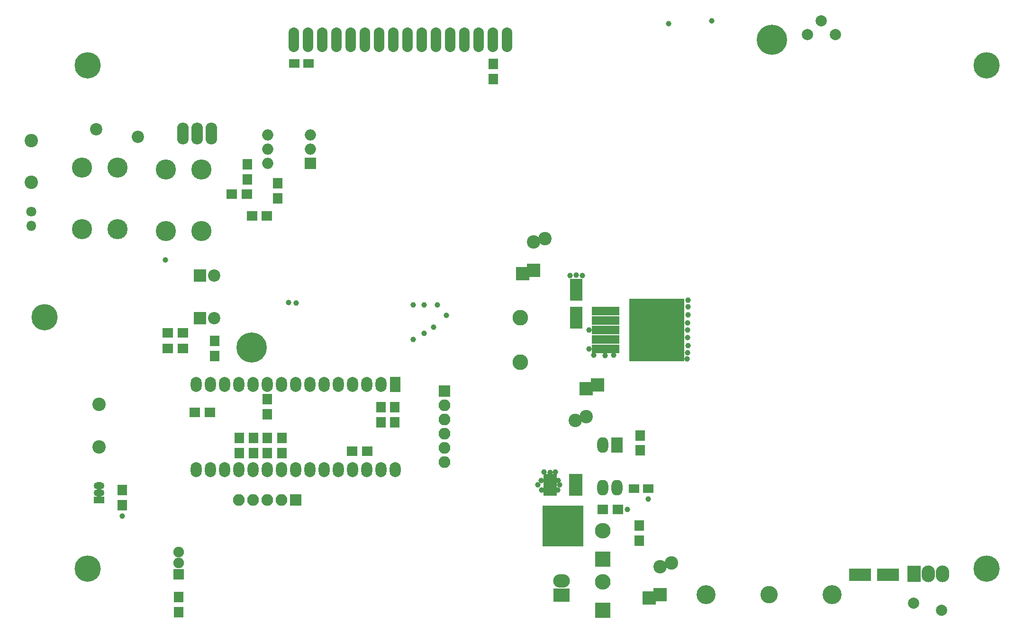
<source format=gbr>
G04 #@! TF.FileFunction,Soldermask,Top*
%FSLAX46Y46*%
G04 Gerber Fmt 4.6, Leading zero omitted, Abs format (unit mm)*
G04 Created by KiCad (PCBNEW 4.0.2-stable) date 2017-02-13 18:05:18*
%MOMM*%
G01*
G04 APERTURE LIST*
%ADD10C,0.100000*%
%ADD11O,1.901140X4.400500*%
%ADD12C,5.400000*%
%ADD13C,4.700000*%
%ADD14C,2.400000*%
%ADD15R,1.900000X1.650000*%
%ADD16R,2.400000X2.400000*%
%ADD17R,3.900000X2.200000*%
%ADD18R,2.200000X3.900000*%
%ADD19R,2.200000X2.200000*%
%ADD20C,2.200000*%
%ADD21C,3.400000*%
%ADD22C,3.100000*%
%ADD23R,5.000000X1.500000*%
%ADD24R,9.800000X11.200000*%
%ADD25R,2.000000X2.800000*%
%ADD26O,2.000000X2.800000*%
%ADD27C,2.800000*%
%ADD28C,2.000000*%
%ADD29R,1.700000X1.900000*%
%ADD30R,1.900000X1.700000*%
%ADD31C,1.800000*%
%ADD32O,1.800000X1.800000*%
%ADD33R,2.400000X3.900000*%
%ADD34R,7.400000X7.400000*%
%ADD35O,1.901140X1.299160*%
%ADD36R,1.901140X1.299160*%
%ADD37R,2.000000X2.000000*%
%ADD38O,2.000000X2.000000*%
%ADD39O,2.099260X3.900120*%
%ADD40R,2.400000X3.000000*%
%ADD41O,2.400000X3.000000*%
%ADD42R,2.100000X2.100000*%
%ADD43O,2.100000X2.100000*%
%ADD44R,1.974800X2.686000*%
%ADD45O,1.974800X2.686000*%
%ADD46R,1.900000X1.900000*%
%ADD47C,1.900000*%
%ADD48C,3.600000*%
%ADD49R,3.000000X2.400000*%
%ADD50O,3.000000X2.400000*%
%ADD51R,2.800000X2.800000*%
%ADD52O,2.800000X2.800000*%
%ADD53C,1.000000*%
G04 APERTURE END LIST*
D10*
D11*
X111400840Y-50699420D03*
X113940840Y-50699420D03*
X116480840Y-50699420D03*
X119020840Y-50699420D03*
X121560840Y-50699420D03*
X124100840Y-50699420D03*
X126640840Y-50699420D03*
X129180840Y-50699420D03*
X131720840Y-50699420D03*
X134260840Y-50699420D03*
X136800840Y-50699420D03*
X139340840Y-50699420D03*
X141880840Y-50699420D03*
X144420840Y-50699420D03*
X146960840Y-50699420D03*
X149500840Y-50699420D03*
D12*
X196900000Y-50700000D03*
X103900000Y-105700000D03*
D13*
X235200000Y-55300000D03*
X74600000Y-55300000D03*
D14*
X76600000Y-115900160D03*
X76600000Y-123499840D03*
D15*
X114050000Y-54900000D03*
X111550000Y-54900000D03*
D16*
X154300000Y-91900000D03*
D14*
X154300000Y-86900000D03*
D16*
X152300000Y-92572144D03*
D14*
X156300000Y-86227856D03*
D16*
X163700000Y-113100000D03*
D14*
X163700000Y-118100000D03*
D16*
X165700000Y-112427856D03*
D14*
X161700000Y-118772144D03*
D15*
X172250000Y-131000000D03*
X174750000Y-131000000D03*
D16*
X176900000Y-149900000D03*
D14*
X176900000Y-144900000D03*
D16*
X174900000Y-150572144D03*
D14*
X178900000Y-144227856D03*
X64500000Y-68700000D03*
X64500000Y-76200000D03*
D17*
X212600000Y-146400000D03*
X217600000Y-146400000D03*
D18*
X161900000Y-100400000D03*
X161900000Y-95400000D03*
D19*
X94700000Y-92900000D03*
D20*
X97240000Y-92900000D03*
D19*
X94700000Y-100500000D03*
D20*
X97240000Y-100500000D03*
D21*
X207600000Y-149900000D03*
X185100000Y-149900000D03*
D22*
X196350000Y-149900000D03*
D23*
X167120000Y-106000000D03*
X167120000Y-104300000D03*
X167120000Y-100900000D03*
D24*
X176280000Y-102600000D03*
D23*
X167120000Y-102600000D03*
X167120000Y-99200000D03*
D25*
X169200000Y-123200000D03*
D26*
X166660000Y-130820000D03*
X166660000Y-123200000D03*
X169200000Y-130820000D03*
D27*
X151900000Y-100400000D03*
X151900000Y-108400000D03*
D28*
X203200000Y-49800000D03*
X205700000Y-47300000D03*
X208200000Y-49800000D03*
X222200000Y-151500000D03*
X227200000Y-152750000D03*
D29*
X147100000Y-55050000D03*
X147100000Y-57750000D03*
X109300000Y-121950000D03*
X109300000Y-124650000D03*
X106700000Y-121950000D03*
X106700000Y-124650000D03*
X129500000Y-119150000D03*
X129500000Y-116450000D03*
X127000000Y-119150000D03*
X127000000Y-116450000D03*
X104200000Y-121950000D03*
X104200000Y-124650000D03*
X101700000Y-121950000D03*
X101700000Y-124650000D03*
D30*
X124550000Y-124300000D03*
X121850000Y-124300000D03*
X91650000Y-103100000D03*
X88950000Y-103100000D03*
D29*
X97300000Y-107250000D03*
X97300000Y-104550000D03*
D30*
X91650000Y-105900000D03*
X88950000Y-105900000D03*
D29*
X173300000Y-124150000D03*
X173300000Y-121450000D03*
D30*
X103050000Y-78300000D03*
X100350000Y-78300000D03*
D29*
X103100000Y-72950000D03*
X103100000Y-75650000D03*
X108600000Y-79050000D03*
X108600000Y-76350000D03*
D30*
X103950000Y-82200000D03*
X106650000Y-82200000D03*
D29*
X173200000Y-137550000D03*
X173200000Y-140250000D03*
D30*
X169350000Y-134700000D03*
X166650000Y-134700000D03*
D29*
X106700000Y-117650000D03*
X106700000Y-114950000D03*
X90900000Y-153050000D03*
X90900000Y-150350000D03*
D31*
X64500000Y-81400000D03*
D32*
X64500000Y-83940000D03*
D20*
X83600000Y-68100000D03*
X76100000Y-66700000D03*
D30*
X93750000Y-117300000D03*
X96450000Y-117300000D03*
D29*
X80800000Y-131250000D03*
X80800000Y-133950000D03*
D33*
X161790000Y-130300000D03*
X157210000Y-130300000D03*
D34*
X159490000Y-137700000D03*
D35*
X76600000Y-131730000D03*
X76600000Y-130460000D03*
D36*
X76600000Y-133000000D03*
D37*
X114400000Y-72800000D03*
D38*
X106780000Y-67720000D03*
X114400000Y-70260000D03*
X106780000Y-70260000D03*
X114400000Y-67720000D03*
X106780000Y-72800000D03*
D39*
X94200000Y-67500000D03*
X91660000Y-67500000D03*
X96740000Y-67500000D03*
D40*
X222300000Y-146200000D03*
D41*
X224840000Y-146200000D03*
X227380000Y-146200000D03*
D42*
X138400000Y-113500000D03*
D43*
X138400000Y-116040000D03*
X138400000Y-118580000D03*
X138400000Y-121120000D03*
X138400000Y-123660000D03*
X138400000Y-126200000D03*
D44*
X129550000Y-112380000D03*
D45*
X127010000Y-112380000D03*
X124470000Y-112380000D03*
X121930000Y-112380000D03*
X119390000Y-112380000D03*
X116850000Y-112380000D03*
X114310000Y-112380000D03*
X111770000Y-112380000D03*
X109230000Y-112380000D03*
X106690000Y-112380000D03*
X104150000Y-112380000D03*
X101610000Y-112380000D03*
X99070000Y-112380000D03*
X96530000Y-112380000D03*
X93990000Y-112380000D03*
X93990000Y-127620000D03*
X96530000Y-127620000D03*
X99070000Y-127620000D03*
X101610000Y-127620000D03*
X104150000Y-127620000D03*
X106690000Y-127620000D03*
X109230000Y-127620000D03*
X111770000Y-127620000D03*
X114310000Y-127620000D03*
X116850000Y-127620000D03*
X119390000Y-127620000D03*
X121930000Y-127620000D03*
X124470000Y-127620000D03*
X127010000Y-127620000D03*
X129550000Y-127620000D03*
D42*
X111800000Y-133000000D03*
D43*
X109260000Y-133000000D03*
X106720000Y-133000000D03*
X104180000Y-133000000D03*
X101640000Y-133000000D03*
D46*
X90900000Y-146300000D03*
D47*
X90900000Y-144300000D03*
X90900000Y-142300000D03*
D48*
X94900000Y-84900000D03*
X88600000Y-84900000D03*
X94900000Y-73900000D03*
X88600000Y-73900000D03*
X79900000Y-84600000D03*
X73600000Y-84600000D03*
X79900000Y-73600000D03*
X73600000Y-73600000D03*
D49*
X159300000Y-150000000D03*
D50*
X159300000Y-147460000D03*
D13*
X66900000Y-100300000D03*
X74600000Y-145300000D03*
X235200000Y-145300000D03*
D51*
X166600000Y-143600000D03*
D52*
X166600000Y-138520000D03*
D51*
X166600000Y-152700000D03*
D52*
X166600000Y-147620000D03*
D53*
X161900000Y-92800000D03*
X160800000Y-92900000D03*
X138700000Y-100000000D03*
X171000000Y-134700000D03*
X80800000Y-135900000D03*
X156100000Y-128000000D03*
X158200000Y-128000000D03*
X157200000Y-128100000D03*
X158700000Y-129500000D03*
X158900000Y-130300000D03*
X158600000Y-131200000D03*
X155700000Y-131200000D03*
X155600000Y-129500000D03*
X155000000Y-130300000D03*
X174800000Y-132800000D03*
X181800000Y-101300000D03*
X181900000Y-99900000D03*
X181900000Y-98500000D03*
X181900000Y-97300000D03*
X181800000Y-104000000D03*
X181900000Y-105400000D03*
X181800000Y-106700000D03*
X181700000Y-107800000D03*
X181800000Y-102600000D03*
X168600000Y-107100000D03*
X167100000Y-107200000D03*
X165000000Y-107100000D03*
X163000000Y-92900000D03*
X164200000Y-106000000D03*
X164200000Y-102600000D03*
X178400000Y-47800000D03*
X186100000Y-47300000D03*
X110500000Y-97700000D03*
X111900000Y-97800000D03*
X132800000Y-98100000D03*
X132800000Y-104300000D03*
X134700000Y-98100000D03*
X134700000Y-103200000D03*
X137100000Y-98100000D03*
X136400000Y-102100000D03*
X88500000Y-90100000D03*
M02*

</source>
